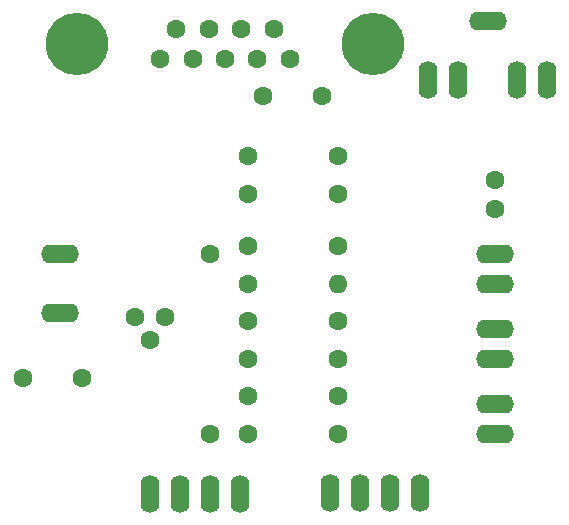
<source format=gbr>
%TF.GenerationSoftware,KiCad,Pcbnew,(6.0.6)*%
%TF.CreationDate,2022-08-24T11:57:53-03:00*%
%TF.ProjectId,hub_exterior,6875625f-6578-4746-9572-696f722e6b69,rev?*%
%TF.SameCoordinates,Original*%
%TF.FileFunction,Soldermask,Bot*%
%TF.FilePolarity,Negative*%
%FSLAX46Y46*%
G04 Gerber Fmt 4.6, Leading zero omitted, Abs format (unit mm)*
G04 Created by KiCad (PCBNEW (6.0.6)) date 2022-08-24 11:57:53*
%MOMM*%
%LPD*%
G01*
G04 APERTURE LIST*
%ADD10C,1.600000*%
%ADD11O,3.200000X1.600000*%
%ADD12O,1.600000X3.200000*%
%ADD13O,1.600000X1.600000*%
%ADD14C,5.283200*%
G04 APERTURE END LIST*
D10*
%TO.C,R8*%
X22225000Y27940000D03*
X29845000Y27940000D03*
%TD*%
D11*
%TO.C,LV*%
X43160000Y12065000D03*
X43160000Y14605000D03*
%TD*%
D10*
%TO.C,R6*%
X19050000Y12085000D03*
X19050000Y27325000D03*
%TD*%
%TO.C,R7*%
X29845000Y35560000D03*
X22225000Y35560000D03*
%TD*%
%TO.C,C2*%
X3215000Y16764000D03*
X8215000Y16764000D03*
%TD*%
D12*
%TO.C,LLUVIA*%
X29210000Y7025000D03*
X31750000Y7025000D03*
X34290000Y7025000D03*
X36830000Y7025000D03*
%TD*%
D11*
%TO.C,LR*%
X43200000Y18415000D03*
X43200000Y20955000D03*
%TD*%
%TO.C,DC*%
X6350000Y27305000D03*
X6350000Y22305000D03*
%TD*%
D10*
%TO.C,R2*%
X22225000Y21590000D03*
X29845000Y21590000D03*
%TD*%
%TO.C,Q1*%
X12700000Y21950000D03*
X13970000Y20045000D03*
X15240000Y21950000D03*
%TD*%
%TO.C,C1*%
X28555000Y40640000D03*
X23555000Y40640000D03*
%TD*%
%TO.C,R4*%
X22225000Y12065000D03*
X29845000Y12065000D03*
%TD*%
D11*
%TO.C,B*%
X43200000Y24765000D03*
X43200000Y27305000D03*
%TD*%
D12*
%TO.C,GPS*%
X13970000Y7005000D03*
X16510000Y7005000D03*
X19050000Y7005000D03*
X21590000Y7005000D03*
%TD*%
D10*
%TO.C,R5*%
X22225000Y15240000D03*
X29845000Y15240000D03*
%TD*%
%TO.C,C3*%
X43180000Y33590112D03*
X43180000Y31090112D03*
%TD*%
%TO.C,R3*%
X22225000Y24765000D03*
D13*
X29845000Y24765000D03*
%TD*%
D11*
%TO.C,U$1*%
X42545000Y46990000D03*
D12*
X40045000Y41990000D03*
X45045000Y41990000D03*
X37545000Y41990000D03*
X47545000Y41990000D03*
%TD*%
D10*
%TO.C,R1*%
X22225000Y18415000D03*
X29845000Y18415000D03*
%TD*%
%TO.C,X1*%
X14833600Y43815000D03*
X17576800Y43815000D03*
X20320000Y43815000D03*
X23063200Y43815000D03*
X25806400Y43815000D03*
X16205200Y46355000D03*
X18948400Y46355000D03*
X21691600Y46355000D03*
X24434800Y46355000D03*
D14*
X7797800Y45085000D03*
X32842200Y45085000D03*
%TD*%
D10*
%TO.C,R9*%
X29845000Y32385000D03*
X22225000Y32385000D03*
%TD*%
M02*

</source>
